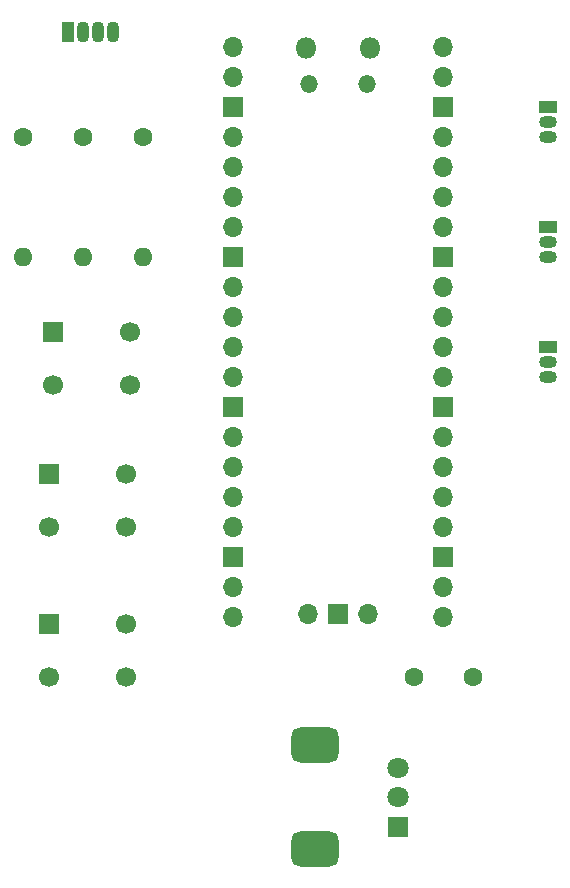
<source format=gbs>
G04 #@! TF.GenerationSoftware,KiCad,Pcbnew,7.0.9-7.0.9~ubuntu22.04.1*
G04 #@! TF.CreationDate,2023-12-23T09:44:43+09:00*
G04 #@! TF.ProjectId,Akashi-18,416b6173-6869-42d3-9138-2e6b69636164,rev?*
G04 #@! TF.SameCoordinates,Original*
G04 #@! TF.FileFunction,Soldermask,Bot*
G04 #@! TF.FilePolarity,Negative*
%FSLAX46Y46*%
G04 Gerber Fmt 4.6, Leading zero omitted, Abs format (unit mm)*
G04 Created by KiCad (PCBNEW 7.0.9-7.0.9~ubuntu22.04.1) date 2023-12-23 09:44:43*
%MOMM*%
%LPD*%
G01*
G04 APERTURE LIST*
G04 Aperture macros list*
%AMRoundRect*
0 Rectangle with rounded corners*
0 $1 Rounding radius*
0 $2 $3 $4 $5 $6 $7 $8 $9 X,Y pos of 4 corners*
0 Add a 4 corners polygon primitive as box body*
4,1,4,$2,$3,$4,$5,$6,$7,$8,$9,$2,$3,0*
0 Add four circle primitives for the rounded corners*
1,1,$1+$1,$2,$3*
1,1,$1+$1,$4,$5*
1,1,$1+$1,$6,$7*
1,1,$1+$1,$8,$9*
0 Add four rect primitives between the rounded corners*
20,1,$1+$1,$2,$3,$4,$5,0*
20,1,$1+$1,$4,$5,$6,$7,0*
20,1,$1+$1,$6,$7,$8,$9,0*
20,1,$1+$1,$8,$9,$2,$3,0*%
G04 Aperture macros list end*
%ADD10R,1.070000X1.800000*%
%ADD11O,1.070000X1.800000*%
%ADD12C,1.600000*%
%ADD13O,1.600000X1.600000*%
%ADD14R,1.500000X1.050000*%
%ADD15O,1.500000X1.050000*%
%ADD16O,1.800000X1.800000*%
%ADD17O,1.500000X1.500000*%
%ADD18O,1.700000X1.700000*%
%ADD19R,1.700000X1.700000*%
%ADD20C,1.700000*%
%ADD21R,1.800000X1.800000*%
%ADD22C,1.800000*%
%ADD23RoundRect,0.750000X1.250000X0.750000X-1.250000X0.750000X-1.250000X-0.750000X1.250000X-0.750000X0*%
G04 APERTURE END LIST*
D10*
G04 #@! TO.C,D1*
X97795000Y-64770000D03*
D11*
X99065000Y-64770000D03*
X100335000Y-64770000D03*
X101605000Y-64770000D03*
G04 #@! TD*
D12*
G04 #@! TO.C,R1*
X104140000Y-73660000D03*
D13*
X104140000Y-83820000D03*
G04 #@! TD*
D14*
G04 #@! TO.C,Q1*
X138430000Y-71130000D03*
D15*
X138430000Y-72400000D03*
X138430000Y-73670000D03*
G04 #@! TD*
D12*
G04 #@! TO.C,R3*
X93980000Y-73660000D03*
D13*
X93980000Y-83820000D03*
G04 #@! TD*
D14*
G04 #@! TO.C,Q2*
X138430000Y-81290000D03*
D15*
X138430000Y-82560000D03*
X138430000Y-83830000D03*
G04 #@! TD*
D12*
G04 #@! TO.C,R2*
X99060000Y-73660000D03*
D13*
X99060000Y-83820000D03*
G04 #@! TD*
D16*
G04 #@! TO.C,U1*
X117925000Y-66170000D03*
D17*
X118225000Y-69200000D03*
X123075000Y-69200000D03*
D16*
X123375000Y-66170000D03*
D18*
X111760000Y-66040000D03*
X111760000Y-68580000D03*
D19*
X111760000Y-71120000D03*
D18*
X111760000Y-73660000D03*
X111760000Y-76200000D03*
X111760000Y-78740000D03*
X111760000Y-81280000D03*
D19*
X111760000Y-83820000D03*
D18*
X111760000Y-86360000D03*
X111760000Y-88900000D03*
X111760000Y-91440000D03*
X111760000Y-93980000D03*
D19*
X111760000Y-96520000D03*
D18*
X111760000Y-99060000D03*
X111760000Y-101600000D03*
X111760000Y-104140000D03*
X111760000Y-106680000D03*
D19*
X111760000Y-109220000D03*
D18*
X111760000Y-111760000D03*
X111760000Y-114300000D03*
X129540000Y-114300000D03*
X129540000Y-111760000D03*
D19*
X129540000Y-109220000D03*
D18*
X129540000Y-106680000D03*
X129540000Y-104140000D03*
X129540000Y-101600000D03*
X129540000Y-99060000D03*
D19*
X129540000Y-96520000D03*
D18*
X129540000Y-93980000D03*
X129540000Y-91440000D03*
X129540000Y-88900000D03*
X129540000Y-86360000D03*
D19*
X129540000Y-83820000D03*
D18*
X129540000Y-81280000D03*
X129540000Y-78740000D03*
X129540000Y-76200000D03*
X129540000Y-73660000D03*
D19*
X129540000Y-71120000D03*
D18*
X129540000Y-68580000D03*
X129540000Y-66040000D03*
X118110000Y-114070000D03*
D19*
X120650000Y-114070000D03*
D18*
X123190000Y-114070000D03*
G04 #@! TD*
D19*
G04 #@! TO.C,SW2*
X96200000Y-102180000D03*
D20*
X102700000Y-102180000D03*
X96200000Y-106680000D03*
X102700000Y-106680000D03*
G04 #@! TD*
D19*
G04 #@! TO.C,SW1*
X96520000Y-90170000D03*
D20*
X103020000Y-90170000D03*
X96520000Y-94670000D03*
X103020000Y-94670000D03*
G04 #@! TD*
D14*
G04 #@! TO.C,Q3*
X138430000Y-91450000D03*
D15*
X138430000Y-92720000D03*
X138430000Y-93990000D03*
G04 #@! TD*
D12*
G04 #@! TO.C,C1*
X127080000Y-119380000D03*
X132080000Y-119380000D03*
G04 #@! TD*
D19*
G04 #@! TO.C,SW3*
X96200000Y-114880000D03*
D20*
X102700000Y-114880000D03*
X96200000Y-119380000D03*
X102700000Y-119380000D03*
G04 #@! TD*
D21*
G04 #@! TO.C,RV1*
X125730000Y-132080000D03*
D22*
X125730000Y-129580000D03*
X125730000Y-127080000D03*
D23*
X118730000Y-133980000D03*
X118730000Y-125180000D03*
G04 #@! TD*
M02*

</source>
